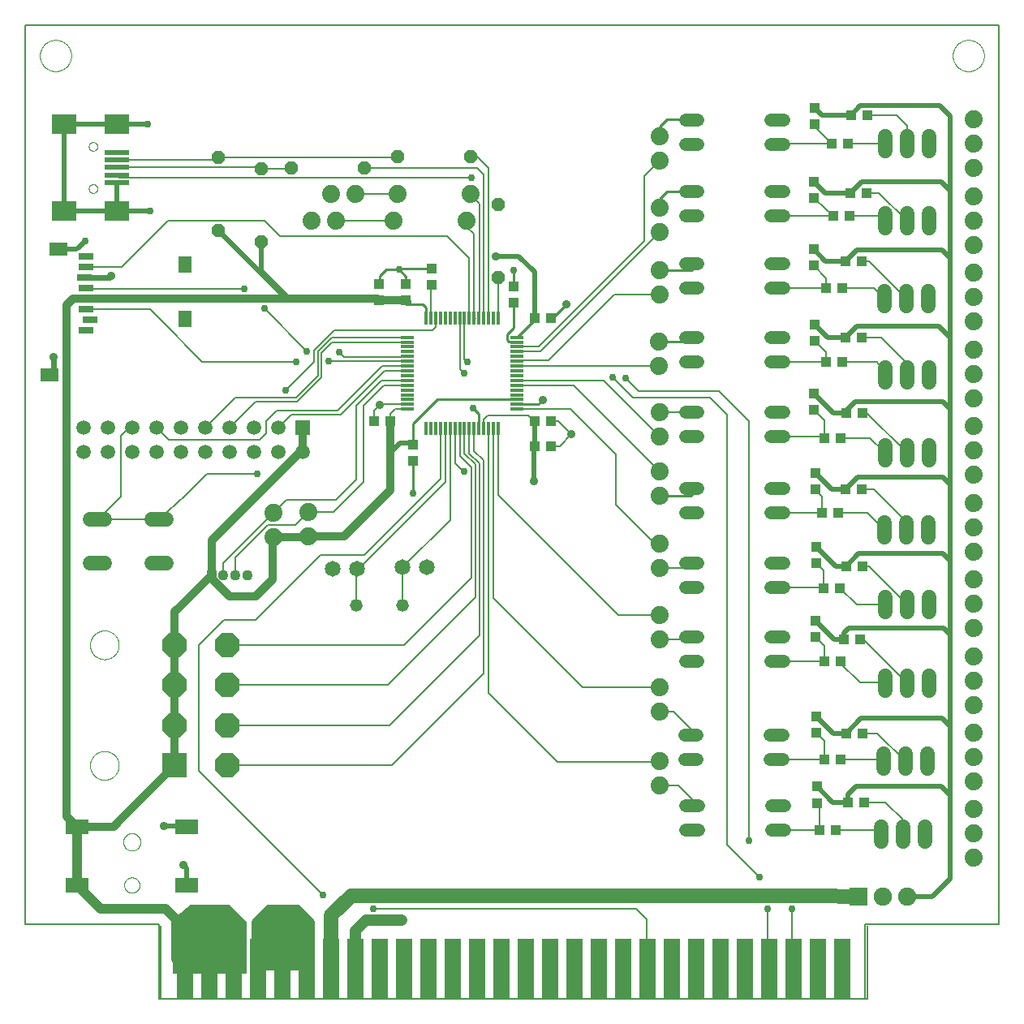
<source format=gtl>
G75*
%MOIN*%
%OFA0B0*%
%FSLAX25Y25*%
%IPPOS*%
%LPD*%
%AMOC8*
5,1,8,0,0,1.08239X$1,22.5*
%
%ADD10C,0.00600*%
%ADD11C,0.00000*%
%ADD12R,0.06500X0.25000*%
%ADD13C,0.00500*%
%ADD14R,0.09843X0.01969*%
%ADD15R,0.09843X0.07874*%
%ADD16R,0.04362X0.04362*%
%ADD17C,0.04362*%
%ADD18R,0.09449X0.05906*%
%ADD19C,0.05200*%
%ADD20C,0.07400*%
%ADD21R,0.05937X0.05937*%
%ADD22C,0.05937*%
%ADD23R,0.01181X0.05709*%
%ADD24R,0.05709X0.01181*%
%ADD25R,0.03937X0.04331*%
%ADD26R,0.04331X0.03937*%
%ADD27R,0.05512X0.07087*%
%ADD28R,0.07480X0.05512*%
%ADD29R,0.05906X0.03150*%
%ADD30C,0.05200*%
%ADD31C,0.06000*%
%ADD32R,0.07500X0.07500*%
%ADD33C,0.07500*%
%ADD34C,0.06500*%
%ADD35OC8,0.10000*%
%ADD36R,0.10000X0.10000*%
%ADD37OC8,0.05200*%
%ADD38C,0.00984*%
%ADD39C,0.02978*%
%ADD40C,0.03569*%
%ADD41C,0.01969*%
%ADD42C,0.02362*%
%ADD43C,0.01000*%
%ADD44C,0.00800*%
%ADD45C,0.02000*%
%ADD46C,0.03937*%
%ADD47C,0.03200*%
%ADD48C,0.05906*%
%ADD49C,0.00787*%
%ADD50C,0.04500*%
%ADD51C,0.05906*%
D10*
X0001400Y0035709D02*
X0056518Y0035709D01*
X0056518Y0005000D01*
X0346282Y0005000D01*
X0346282Y0035709D01*
X0401400Y0035709D01*
X0401400Y0405000D01*
X0001400Y0405000D01*
X0001400Y0035709D01*
X0062424Y0035524D02*
X0091951Y0035524D01*
X0091951Y0034926D02*
X0062424Y0034926D01*
X0062424Y0034327D02*
X0091951Y0034327D01*
X0091951Y0033729D02*
X0062424Y0033729D01*
X0062424Y0033130D02*
X0091951Y0033130D01*
X0091951Y0032532D02*
X0062424Y0032532D01*
X0062424Y0031933D02*
X0091951Y0031933D01*
X0091951Y0031334D02*
X0062424Y0031334D01*
X0062424Y0030736D02*
X0091951Y0030736D01*
X0091951Y0030137D02*
X0062424Y0030137D01*
X0062424Y0029539D02*
X0091951Y0029539D01*
X0091951Y0028940D02*
X0062424Y0028940D01*
X0062424Y0028342D02*
X0091951Y0028342D01*
X0091951Y0027743D02*
X0062424Y0027743D01*
X0062424Y0027145D02*
X0091951Y0027145D01*
X0091951Y0026546D02*
X0062424Y0026546D01*
X0062424Y0025948D02*
X0091951Y0025948D01*
X0091951Y0025349D02*
X0062424Y0025349D01*
X0062424Y0024751D02*
X0091951Y0024751D01*
X0091951Y0024152D02*
X0062424Y0024152D01*
X0062424Y0023554D02*
X0091951Y0023554D01*
X0091951Y0022955D02*
X0062424Y0022955D01*
X0062424Y0022357D02*
X0091951Y0022357D01*
X0091951Y0021758D02*
X0062424Y0021758D01*
X0062424Y0021160D02*
X0091951Y0021160D01*
X0091951Y0020561D02*
X0062424Y0020561D01*
X0062424Y0019963D02*
X0091951Y0019963D01*
X0091951Y0019364D02*
X0062424Y0019364D01*
X0062424Y0018766D02*
X0091951Y0018766D01*
X0091951Y0018167D02*
X0062424Y0018167D01*
X0062424Y0017569D02*
X0091951Y0017569D01*
X0091951Y0016970D02*
X0062424Y0016970D01*
X0062424Y0016372D02*
X0091951Y0016372D01*
X0091951Y0015827D02*
X0062424Y0015827D01*
X0062424Y0037480D01*
X0069313Y0043386D01*
X0085061Y0043386D01*
X0091951Y0036496D01*
X0091951Y0015827D01*
X0091951Y0036123D02*
X0062424Y0036123D01*
X0062424Y0036721D02*
X0091726Y0036721D01*
X0091128Y0037320D02*
X0062424Y0037320D01*
X0062934Y0037918D02*
X0090529Y0037918D01*
X0089931Y0038517D02*
X0063633Y0038517D01*
X0064331Y0039115D02*
X0089332Y0039115D01*
X0088734Y0039714D02*
X0065029Y0039714D01*
X0065727Y0040312D02*
X0088135Y0040312D01*
X0087537Y0040911D02*
X0066426Y0040911D01*
X0067124Y0041509D02*
X0086938Y0041509D01*
X0086340Y0042108D02*
X0067822Y0042108D01*
X0068520Y0042706D02*
X0085741Y0042706D01*
X0085143Y0043305D02*
X0069219Y0043305D01*
X0123721Y0047662D02*
X0072726Y0098657D01*
X0072726Y0150319D01*
X0083059Y0160651D01*
X0096057Y0160651D01*
X0122721Y0187315D01*
X0140719Y0187315D01*
X0172069Y0218665D01*
X0172069Y0239400D01*
X0174038Y0239400D02*
X0174038Y0217241D01*
X0137446Y0180649D01*
X0137446Y0181523D01*
X0137692Y0181769D01*
X0137446Y0180649D02*
X0137446Y0166771D01*
X0156446Y0166771D02*
X0156446Y0182111D01*
X0156361Y0182197D01*
X0176006Y0201842D01*
X0176006Y0239400D01*
X0174049Y0239388D02*
X0174038Y0239400D01*
X0177975Y0239400D02*
X0177975Y0225052D01*
X0181382Y0221645D01*
X0181715Y0221645D01*
X0184715Y0223311D02*
X0184715Y0213979D01*
X0184715Y0212313D01*
X0184715Y0213312D01*
X0184715Y0212979D02*
X0184715Y0213979D01*
X0184715Y0212313D02*
X0184715Y0177983D01*
X0157137Y0150405D01*
X0084427Y0150405D01*
X0084427Y0133905D02*
X0150303Y0133905D01*
X0186381Y0169984D01*
X0186381Y0212313D01*
X0186381Y0214979D01*
X0186381Y0212979D01*
X0186381Y0212313D02*
X0186381Y0213646D01*
X0186381Y0214979D02*
X0186381Y0224645D01*
X0181912Y0229114D01*
X0181912Y0239400D01*
X0180049Y0239294D02*
X0180049Y0227978D01*
X0184715Y0223311D01*
X0188048Y0224978D02*
X0188048Y0214646D01*
X0188048Y0212646D01*
X0188048Y0213312D01*
X0188048Y0212979D02*
X0188048Y0214646D01*
X0188048Y0212646D02*
X0188048Y0154318D01*
X0151134Y0117405D01*
X0084427Y0117405D01*
X0084427Y0100905D02*
X0151966Y0100905D01*
X0189715Y0138653D01*
X0189715Y0226311D01*
X0185849Y0230177D01*
X0185849Y0239400D01*
X0183880Y0239400D02*
X0183880Y0229146D01*
X0188048Y0224978D01*
X0191754Y0239400D02*
X0191754Y0130614D01*
X0220045Y0102324D01*
X0262031Y0102324D01*
X0262227Y0102520D01*
X0262182Y0132987D02*
X0262227Y0133031D01*
X0262182Y0132987D02*
X0230377Y0132987D01*
X0193723Y0169641D01*
X0193723Y0239400D01*
X0195691Y0239400D02*
X0195691Y0212002D01*
X0245134Y0162559D01*
X0262227Y0162559D01*
X0262227Y0192087D02*
X0259935Y0192087D01*
X0244042Y0207980D01*
X0244042Y0228644D01*
X0225413Y0247274D01*
X0203565Y0247274D01*
X0203565Y0257116D02*
X0226725Y0257116D01*
X0262227Y0221614D01*
X0261940Y0236142D02*
X0238998Y0259085D01*
X0203565Y0259085D01*
X0203565Y0264990D02*
X0261771Y0264990D01*
X0261893Y0265113D01*
X0253375Y0254642D02*
X0286372Y0254642D01*
X0298704Y0242310D01*
X0298704Y0069994D01*
X0289705Y0068327D02*
X0289705Y0244976D01*
X0282705Y0251975D01*
X0251042Y0251975D01*
X0242709Y0260308D01*
X0248042Y0259974D02*
X0253375Y0254642D01*
X0277764Y0246142D02*
X0277842Y0246064D01*
X0262227Y0294291D02*
X0243434Y0294291D01*
X0216373Y0267230D01*
X0203836Y0267230D01*
X0203565Y0266959D01*
X0203565Y0270896D02*
X0213241Y0270896D01*
X0262227Y0319882D01*
X0255708Y0316302D02*
X0255708Y0342891D01*
X0262227Y0349409D01*
X0255708Y0316302D02*
X0212270Y0272864D01*
X0203565Y0272864D01*
X0195691Y0284675D02*
X0195691Y0302613D01*
X0195714Y0301302D01*
X0183715Y0309303D02*
X0174716Y0318302D01*
X0106056Y0318302D01*
X0099724Y0324635D01*
X0060061Y0324635D01*
X0040958Y0305531D01*
X0026425Y0305531D01*
X0040224Y0342316D02*
X0039166Y0343375D01*
X0040224Y0342316D02*
X0044546Y0342316D01*
X0044602Y0342260D01*
X0099926Y0342260D01*
X0099965Y0342300D01*
X0184715Y0342300D01*
X0187048Y0346299D02*
X0189786Y0343561D01*
X0189786Y0284675D01*
X0188048Y0284906D02*
X0188048Y0331634D01*
X0184562Y0335120D01*
X0184562Y0335630D01*
X0187048Y0346299D02*
X0140721Y0346299D01*
X0137054Y0335634D02*
X0137057Y0335630D01*
X0154562Y0335630D01*
X0152895Y0324549D02*
X0129141Y0324549D01*
X0129054Y0324635D01*
X0110389Y0345967D02*
X0110721Y0346299D01*
X0110389Y0345967D02*
X0098390Y0345967D01*
X0097834Y0346524D01*
X0039166Y0346524D01*
X0039166Y0349674D02*
X0079766Y0349674D01*
X0080725Y0350634D01*
X0154051Y0350634D01*
X0154383Y0350965D01*
X0184383Y0350965D02*
X0187048Y0350965D01*
X0191714Y0346299D01*
X0191714Y0284715D01*
X0191754Y0284675D01*
X0188048Y0284906D02*
X0187817Y0284675D01*
X0185849Y0284675D02*
X0185715Y0284809D01*
X0185715Y0319302D01*
X0182895Y0322122D01*
X0182895Y0324549D01*
X0183715Y0309303D02*
X0183715Y0284840D01*
X0183880Y0284675D01*
X0181912Y0284675D02*
X0181912Y0267777D01*
X0183048Y0266641D01*
X0179943Y0263746D02*
X0181715Y0261974D01*
X0179943Y0263746D02*
X0179943Y0284675D01*
X0170101Y0284675D02*
X0170101Y0281023D01*
X0168717Y0279639D01*
X0128407Y0279639D01*
X0120202Y0271435D01*
X0120202Y0266788D01*
X0108389Y0254975D01*
X0112722Y0251975D02*
X0121609Y0260863D01*
X0121609Y0270852D01*
X0127559Y0276801D01*
X0158290Y0276801D01*
X0158290Y0274833D02*
X0127580Y0274833D01*
X0123055Y0270307D01*
X0123055Y0268712D01*
X0123017Y0268674D01*
X0123017Y0266686D01*
X0123055Y0266648D01*
X0123055Y0260308D01*
X0113055Y0250309D01*
X0095949Y0250309D01*
X0085384Y0239744D01*
X0075384Y0239744D02*
X0087616Y0251975D01*
X0112722Y0251975D01*
X0110617Y0244976D02*
X0105384Y0239744D01*
X0100390Y0237310D02*
X0097724Y0234644D01*
X0060484Y0234644D01*
X0055384Y0239744D01*
X0045384Y0239744D02*
X0044163Y0239744D01*
X0040729Y0236310D01*
X0040729Y0211214D01*
X0031397Y0201881D01*
X0056529Y0201881D01*
X0067294Y0211880D01*
X0076059Y0220645D01*
X0096724Y0220645D01*
X0108902Y0209980D02*
X0103574Y0204652D01*
X0082894Y0183972D01*
X0082894Y0179123D01*
X0087815Y0179123D02*
X0087815Y0186406D01*
X0101057Y0199647D01*
X0112412Y0199647D01*
X0117734Y0204970D01*
X0117745Y0204980D01*
X0128054Y0204980D01*
X0140386Y0217312D01*
X0140386Y0248642D01*
X0148860Y0257116D01*
X0158290Y0257116D01*
X0158290Y0259085D02*
X0147829Y0259085D01*
X0137386Y0248642D01*
X0137386Y0218312D01*
X0129054Y0209980D01*
X0108902Y0209980D01*
X0100390Y0237310D02*
X0100390Y0242310D01*
X0104723Y0246642D01*
X0129589Y0246642D01*
X0147937Y0264990D01*
X0158290Y0264990D01*
X0158290Y0263022D02*
X0149099Y0263022D01*
X0131054Y0244976D01*
X0110617Y0244976D01*
X0144707Y0246670D02*
X0144707Y0242205D01*
X0144707Y0246670D02*
X0147132Y0249094D01*
X0147280Y0249242D01*
X0158290Y0249242D01*
X0179943Y0239400D02*
X0180049Y0239294D01*
X0031397Y0201881D02*
X0030929Y0201881D01*
X0144386Y0041996D02*
X0252375Y0041996D01*
X0256708Y0037663D01*
X0256708Y0017942D01*
X0257150Y0017500D01*
X0303037Y0054995D02*
X0289705Y0068327D01*
X0306370Y0041996D02*
X0306370Y0018280D01*
X0307150Y0017500D01*
X0316369Y0018281D02*
X0316369Y0041996D01*
X0316369Y0042330D01*
X0316369Y0018281D02*
X0317150Y0017500D01*
D11*
X0042098Y0051752D02*
X0042100Y0051864D01*
X0042106Y0051975D01*
X0042116Y0052087D01*
X0042130Y0052198D01*
X0042147Y0052308D01*
X0042169Y0052418D01*
X0042195Y0052527D01*
X0042224Y0052635D01*
X0042257Y0052741D01*
X0042294Y0052847D01*
X0042335Y0052951D01*
X0042380Y0053054D01*
X0042428Y0053155D01*
X0042479Y0053254D01*
X0042534Y0053351D01*
X0042593Y0053446D01*
X0042654Y0053540D01*
X0042719Y0053631D01*
X0042788Y0053719D01*
X0042859Y0053805D01*
X0042933Y0053889D01*
X0043011Y0053969D01*
X0043091Y0054047D01*
X0043174Y0054123D01*
X0043259Y0054195D01*
X0043347Y0054264D01*
X0043437Y0054330D01*
X0043530Y0054392D01*
X0043625Y0054452D01*
X0043722Y0054508D01*
X0043820Y0054560D01*
X0043921Y0054609D01*
X0044023Y0054654D01*
X0044127Y0054696D01*
X0044232Y0054734D01*
X0044339Y0054768D01*
X0044446Y0054798D01*
X0044555Y0054825D01*
X0044664Y0054847D01*
X0044775Y0054866D01*
X0044885Y0054881D01*
X0044997Y0054892D01*
X0045108Y0054899D01*
X0045220Y0054902D01*
X0045332Y0054901D01*
X0045444Y0054896D01*
X0045555Y0054887D01*
X0045666Y0054874D01*
X0045777Y0054857D01*
X0045887Y0054837D01*
X0045996Y0054812D01*
X0046104Y0054784D01*
X0046211Y0054751D01*
X0046317Y0054715D01*
X0046421Y0054675D01*
X0046524Y0054632D01*
X0046626Y0054585D01*
X0046725Y0054534D01*
X0046823Y0054480D01*
X0046919Y0054422D01*
X0047013Y0054361D01*
X0047104Y0054297D01*
X0047193Y0054230D01*
X0047280Y0054159D01*
X0047364Y0054085D01*
X0047446Y0054009D01*
X0047524Y0053929D01*
X0047600Y0053847D01*
X0047673Y0053762D01*
X0047743Y0053675D01*
X0047809Y0053585D01*
X0047873Y0053493D01*
X0047933Y0053399D01*
X0047990Y0053303D01*
X0048043Y0053204D01*
X0048093Y0053104D01*
X0048139Y0053003D01*
X0048182Y0052899D01*
X0048221Y0052794D01*
X0048256Y0052688D01*
X0048287Y0052581D01*
X0048315Y0052472D01*
X0048338Y0052363D01*
X0048358Y0052253D01*
X0048374Y0052142D01*
X0048386Y0052031D01*
X0048394Y0051920D01*
X0048398Y0051808D01*
X0048398Y0051696D01*
X0048394Y0051584D01*
X0048386Y0051473D01*
X0048374Y0051362D01*
X0048358Y0051251D01*
X0048338Y0051141D01*
X0048315Y0051032D01*
X0048287Y0050923D01*
X0048256Y0050816D01*
X0048221Y0050710D01*
X0048182Y0050605D01*
X0048139Y0050501D01*
X0048093Y0050400D01*
X0048043Y0050300D01*
X0047990Y0050201D01*
X0047933Y0050105D01*
X0047873Y0050011D01*
X0047809Y0049919D01*
X0047743Y0049829D01*
X0047673Y0049742D01*
X0047600Y0049657D01*
X0047524Y0049575D01*
X0047446Y0049495D01*
X0047364Y0049419D01*
X0047280Y0049345D01*
X0047193Y0049274D01*
X0047104Y0049207D01*
X0047013Y0049143D01*
X0046919Y0049082D01*
X0046823Y0049024D01*
X0046725Y0048970D01*
X0046626Y0048919D01*
X0046524Y0048872D01*
X0046421Y0048829D01*
X0046317Y0048789D01*
X0046211Y0048753D01*
X0046104Y0048720D01*
X0045996Y0048692D01*
X0045887Y0048667D01*
X0045777Y0048647D01*
X0045666Y0048630D01*
X0045555Y0048617D01*
X0045444Y0048608D01*
X0045332Y0048603D01*
X0045220Y0048602D01*
X0045108Y0048605D01*
X0044997Y0048612D01*
X0044885Y0048623D01*
X0044775Y0048638D01*
X0044664Y0048657D01*
X0044555Y0048679D01*
X0044446Y0048706D01*
X0044339Y0048736D01*
X0044232Y0048770D01*
X0044127Y0048808D01*
X0044023Y0048850D01*
X0043921Y0048895D01*
X0043820Y0048944D01*
X0043722Y0048996D01*
X0043625Y0049052D01*
X0043530Y0049112D01*
X0043437Y0049174D01*
X0043347Y0049240D01*
X0043259Y0049309D01*
X0043174Y0049381D01*
X0043091Y0049457D01*
X0043011Y0049535D01*
X0042933Y0049615D01*
X0042859Y0049699D01*
X0042788Y0049785D01*
X0042719Y0049873D01*
X0042654Y0049964D01*
X0042593Y0050058D01*
X0042534Y0050153D01*
X0042479Y0050250D01*
X0042428Y0050349D01*
X0042380Y0050450D01*
X0042335Y0050553D01*
X0042294Y0050657D01*
X0042257Y0050763D01*
X0042224Y0050869D01*
X0042195Y0050977D01*
X0042169Y0051086D01*
X0042147Y0051196D01*
X0042130Y0051306D01*
X0042116Y0051417D01*
X0042106Y0051529D01*
X0042100Y0051640D01*
X0042098Y0051752D01*
X0041705Y0069469D02*
X0041707Y0069587D01*
X0041713Y0069706D01*
X0041723Y0069824D01*
X0041737Y0069941D01*
X0041754Y0070058D01*
X0041776Y0070175D01*
X0041802Y0070290D01*
X0041831Y0070405D01*
X0041864Y0070519D01*
X0041901Y0070631D01*
X0041942Y0070742D01*
X0041986Y0070852D01*
X0042034Y0070960D01*
X0042086Y0071067D01*
X0042141Y0071172D01*
X0042200Y0071275D01*
X0042262Y0071375D01*
X0042327Y0071474D01*
X0042396Y0071571D01*
X0042467Y0071665D01*
X0042542Y0071756D01*
X0042620Y0071846D01*
X0042701Y0071932D01*
X0042785Y0072016D01*
X0042871Y0072097D01*
X0042961Y0072175D01*
X0043052Y0072250D01*
X0043146Y0072321D01*
X0043243Y0072390D01*
X0043342Y0072455D01*
X0043442Y0072517D01*
X0043545Y0072576D01*
X0043650Y0072631D01*
X0043757Y0072683D01*
X0043865Y0072731D01*
X0043975Y0072775D01*
X0044086Y0072816D01*
X0044198Y0072853D01*
X0044312Y0072886D01*
X0044427Y0072915D01*
X0044542Y0072941D01*
X0044659Y0072963D01*
X0044776Y0072980D01*
X0044893Y0072994D01*
X0045011Y0073004D01*
X0045130Y0073010D01*
X0045248Y0073012D01*
X0045366Y0073010D01*
X0045485Y0073004D01*
X0045603Y0072994D01*
X0045720Y0072980D01*
X0045837Y0072963D01*
X0045954Y0072941D01*
X0046069Y0072915D01*
X0046184Y0072886D01*
X0046298Y0072853D01*
X0046410Y0072816D01*
X0046521Y0072775D01*
X0046631Y0072731D01*
X0046739Y0072683D01*
X0046846Y0072631D01*
X0046951Y0072576D01*
X0047054Y0072517D01*
X0047154Y0072455D01*
X0047253Y0072390D01*
X0047350Y0072321D01*
X0047444Y0072250D01*
X0047535Y0072175D01*
X0047625Y0072097D01*
X0047711Y0072016D01*
X0047795Y0071932D01*
X0047876Y0071846D01*
X0047954Y0071756D01*
X0048029Y0071665D01*
X0048100Y0071571D01*
X0048169Y0071474D01*
X0048234Y0071375D01*
X0048296Y0071275D01*
X0048355Y0071172D01*
X0048410Y0071067D01*
X0048462Y0070960D01*
X0048510Y0070852D01*
X0048554Y0070742D01*
X0048595Y0070631D01*
X0048632Y0070519D01*
X0048665Y0070405D01*
X0048694Y0070290D01*
X0048720Y0070175D01*
X0048742Y0070058D01*
X0048759Y0069941D01*
X0048773Y0069824D01*
X0048783Y0069706D01*
X0048789Y0069587D01*
X0048791Y0069469D01*
X0048789Y0069351D01*
X0048783Y0069232D01*
X0048773Y0069114D01*
X0048759Y0068997D01*
X0048742Y0068880D01*
X0048720Y0068763D01*
X0048694Y0068648D01*
X0048665Y0068533D01*
X0048632Y0068419D01*
X0048595Y0068307D01*
X0048554Y0068196D01*
X0048510Y0068086D01*
X0048462Y0067978D01*
X0048410Y0067871D01*
X0048355Y0067766D01*
X0048296Y0067663D01*
X0048234Y0067563D01*
X0048169Y0067464D01*
X0048100Y0067367D01*
X0048029Y0067273D01*
X0047954Y0067182D01*
X0047876Y0067092D01*
X0047795Y0067006D01*
X0047711Y0066922D01*
X0047625Y0066841D01*
X0047535Y0066763D01*
X0047444Y0066688D01*
X0047350Y0066617D01*
X0047253Y0066548D01*
X0047154Y0066483D01*
X0047054Y0066421D01*
X0046951Y0066362D01*
X0046846Y0066307D01*
X0046739Y0066255D01*
X0046631Y0066207D01*
X0046521Y0066163D01*
X0046410Y0066122D01*
X0046298Y0066085D01*
X0046184Y0066052D01*
X0046069Y0066023D01*
X0045954Y0065997D01*
X0045837Y0065975D01*
X0045720Y0065958D01*
X0045603Y0065944D01*
X0045485Y0065934D01*
X0045366Y0065928D01*
X0045248Y0065926D01*
X0045130Y0065928D01*
X0045011Y0065934D01*
X0044893Y0065944D01*
X0044776Y0065958D01*
X0044659Y0065975D01*
X0044542Y0065997D01*
X0044427Y0066023D01*
X0044312Y0066052D01*
X0044198Y0066085D01*
X0044086Y0066122D01*
X0043975Y0066163D01*
X0043865Y0066207D01*
X0043757Y0066255D01*
X0043650Y0066307D01*
X0043545Y0066362D01*
X0043442Y0066421D01*
X0043342Y0066483D01*
X0043243Y0066548D01*
X0043146Y0066617D01*
X0043052Y0066688D01*
X0042961Y0066763D01*
X0042871Y0066841D01*
X0042785Y0066922D01*
X0042701Y0067006D01*
X0042620Y0067092D01*
X0042542Y0067182D01*
X0042467Y0067273D01*
X0042396Y0067367D01*
X0042327Y0067464D01*
X0042262Y0067563D01*
X0042200Y0067663D01*
X0042141Y0067766D01*
X0042086Y0067871D01*
X0042034Y0067978D01*
X0041986Y0068086D01*
X0041942Y0068196D01*
X0041901Y0068307D01*
X0041864Y0068419D01*
X0041831Y0068533D01*
X0041802Y0068648D01*
X0041776Y0068763D01*
X0041754Y0068880D01*
X0041737Y0068997D01*
X0041723Y0069114D01*
X0041713Y0069232D01*
X0041707Y0069351D01*
X0041705Y0069469D01*
X0028081Y0100905D02*
X0028083Y0101058D01*
X0028089Y0101212D01*
X0028099Y0101365D01*
X0028113Y0101517D01*
X0028131Y0101670D01*
X0028153Y0101821D01*
X0028178Y0101972D01*
X0028208Y0102123D01*
X0028242Y0102273D01*
X0028279Y0102421D01*
X0028320Y0102569D01*
X0028365Y0102715D01*
X0028414Y0102861D01*
X0028467Y0103005D01*
X0028523Y0103147D01*
X0028583Y0103288D01*
X0028647Y0103428D01*
X0028714Y0103566D01*
X0028785Y0103702D01*
X0028860Y0103836D01*
X0028937Y0103968D01*
X0029019Y0104098D01*
X0029103Y0104226D01*
X0029191Y0104352D01*
X0029282Y0104475D01*
X0029376Y0104596D01*
X0029474Y0104714D01*
X0029574Y0104830D01*
X0029678Y0104943D01*
X0029784Y0105054D01*
X0029893Y0105162D01*
X0030005Y0105267D01*
X0030119Y0105368D01*
X0030237Y0105467D01*
X0030356Y0105563D01*
X0030478Y0105656D01*
X0030603Y0105745D01*
X0030730Y0105832D01*
X0030859Y0105914D01*
X0030990Y0105994D01*
X0031123Y0106070D01*
X0031258Y0106143D01*
X0031395Y0106212D01*
X0031534Y0106277D01*
X0031674Y0106339D01*
X0031816Y0106397D01*
X0031959Y0106452D01*
X0032104Y0106503D01*
X0032250Y0106550D01*
X0032397Y0106593D01*
X0032545Y0106632D01*
X0032694Y0106668D01*
X0032844Y0106699D01*
X0032995Y0106727D01*
X0033146Y0106751D01*
X0033299Y0106771D01*
X0033451Y0106787D01*
X0033604Y0106799D01*
X0033757Y0106807D01*
X0033910Y0106811D01*
X0034064Y0106811D01*
X0034217Y0106807D01*
X0034370Y0106799D01*
X0034523Y0106787D01*
X0034675Y0106771D01*
X0034828Y0106751D01*
X0034979Y0106727D01*
X0035130Y0106699D01*
X0035280Y0106668D01*
X0035429Y0106632D01*
X0035577Y0106593D01*
X0035724Y0106550D01*
X0035870Y0106503D01*
X0036015Y0106452D01*
X0036158Y0106397D01*
X0036300Y0106339D01*
X0036440Y0106277D01*
X0036579Y0106212D01*
X0036716Y0106143D01*
X0036851Y0106070D01*
X0036984Y0105994D01*
X0037115Y0105914D01*
X0037244Y0105832D01*
X0037371Y0105745D01*
X0037496Y0105656D01*
X0037618Y0105563D01*
X0037737Y0105467D01*
X0037855Y0105368D01*
X0037969Y0105267D01*
X0038081Y0105162D01*
X0038190Y0105054D01*
X0038296Y0104943D01*
X0038400Y0104830D01*
X0038500Y0104714D01*
X0038598Y0104596D01*
X0038692Y0104475D01*
X0038783Y0104352D01*
X0038871Y0104226D01*
X0038955Y0104098D01*
X0039037Y0103968D01*
X0039114Y0103836D01*
X0039189Y0103702D01*
X0039260Y0103566D01*
X0039327Y0103428D01*
X0039391Y0103288D01*
X0039451Y0103147D01*
X0039507Y0103005D01*
X0039560Y0102861D01*
X0039609Y0102715D01*
X0039654Y0102569D01*
X0039695Y0102421D01*
X0039732Y0102273D01*
X0039766Y0102123D01*
X0039796Y0101972D01*
X0039821Y0101821D01*
X0039843Y0101670D01*
X0039861Y0101517D01*
X0039875Y0101365D01*
X0039885Y0101212D01*
X0039891Y0101058D01*
X0039893Y0100905D01*
X0039891Y0100752D01*
X0039885Y0100598D01*
X0039875Y0100445D01*
X0039861Y0100293D01*
X0039843Y0100140D01*
X0039821Y0099989D01*
X0039796Y0099838D01*
X0039766Y0099687D01*
X0039732Y0099537D01*
X0039695Y0099389D01*
X0039654Y0099241D01*
X0039609Y0099095D01*
X0039560Y0098949D01*
X0039507Y0098805D01*
X0039451Y0098663D01*
X0039391Y0098522D01*
X0039327Y0098382D01*
X0039260Y0098244D01*
X0039189Y0098108D01*
X0039114Y0097974D01*
X0039037Y0097842D01*
X0038955Y0097712D01*
X0038871Y0097584D01*
X0038783Y0097458D01*
X0038692Y0097335D01*
X0038598Y0097214D01*
X0038500Y0097096D01*
X0038400Y0096980D01*
X0038296Y0096867D01*
X0038190Y0096756D01*
X0038081Y0096648D01*
X0037969Y0096543D01*
X0037855Y0096442D01*
X0037737Y0096343D01*
X0037618Y0096247D01*
X0037496Y0096154D01*
X0037371Y0096065D01*
X0037244Y0095978D01*
X0037115Y0095896D01*
X0036984Y0095816D01*
X0036851Y0095740D01*
X0036716Y0095667D01*
X0036579Y0095598D01*
X0036440Y0095533D01*
X0036300Y0095471D01*
X0036158Y0095413D01*
X0036015Y0095358D01*
X0035870Y0095307D01*
X0035724Y0095260D01*
X0035577Y0095217D01*
X0035429Y0095178D01*
X0035280Y0095142D01*
X0035130Y0095111D01*
X0034979Y0095083D01*
X0034828Y0095059D01*
X0034675Y0095039D01*
X0034523Y0095023D01*
X0034370Y0095011D01*
X0034217Y0095003D01*
X0034064Y0094999D01*
X0033910Y0094999D01*
X0033757Y0095003D01*
X0033604Y0095011D01*
X0033451Y0095023D01*
X0033299Y0095039D01*
X0033146Y0095059D01*
X0032995Y0095083D01*
X0032844Y0095111D01*
X0032694Y0095142D01*
X0032545Y0095178D01*
X0032397Y0095217D01*
X0032250Y0095260D01*
X0032104Y0095307D01*
X0031959Y0095358D01*
X0031816Y0095413D01*
X0031674Y0095471D01*
X0031534Y0095533D01*
X0031395Y0095598D01*
X0031258Y0095667D01*
X0031123Y0095740D01*
X0030990Y0095816D01*
X0030859Y0095896D01*
X0030730Y0095978D01*
X0030603Y0096065D01*
X0030478Y0096154D01*
X0030356Y0096247D01*
X0030237Y0096343D01*
X0030119Y0096442D01*
X0030005Y0096543D01*
X0029893Y0096648D01*
X0029784Y0096756D01*
X0029678Y0096867D01*
X0029574Y0096980D01*
X0029474Y0097096D01*
X0029376Y0097214D01*
X0029282Y0097335D01*
X0029191Y0097458D01*
X0029103Y0097584D01*
X0029019Y0097712D01*
X0028937Y0097842D01*
X0028860Y0097974D01*
X0028785Y0098108D01*
X0028714Y0098244D01*
X0028647Y0098382D01*
X0028583Y0098522D01*
X0028523Y0098663D01*
X0028467Y0098805D01*
X0028414Y0098949D01*
X0028365Y0099095D01*
X0028320Y0099241D01*
X0028279Y0099389D01*
X0028242Y0099537D01*
X0028208Y0099687D01*
X0028178Y0099838D01*
X0028153Y0099989D01*
X0028131Y0100140D01*
X0028113Y0100293D01*
X0028099Y0100445D01*
X0028089Y0100598D01*
X0028083Y0100752D01*
X0028081Y0100905D01*
X0028081Y0150405D02*
X0028083Y0150558D01*
X0028089Y0150712D01*
X0028099Y0150865D01*
X0028113Y0151017D01*
X0028131Y0151170D01*
X0028153Y0151321D01*
X0028178Y0151472D01*
X0028208Y0151623D01*
X0028242Y0151773D01*
X0028279Y0151921D01*
X0028320Y0152069D01*
X0028365Y0152215D01*
X0028414Y0152361D01*
X0028467Y0152505D01*
X0028523Y0152647D01*
X0028583Y0152788D01*
X0028647Y0152928D01*
X0028714Y0153066D01*
X0028785Y0153202D01*
X0028860Y0153336D01*
X0028937Y0153468D01*
X0029019Y0153598D01*
X0029103Y0153726D01*
X0029191Y0153852D01*
X0029282Y0153975D01*
X0029376Y0154096D01*
X0029474Y0154214D01*
X0029574Y0154330D01*
X0029678Y0154443D01*
X0029784Y0154554D01*
X0029893Y0154662D01*
X0030005Y0154767D01*
X0030119Y0154868D01*
X0030237Y0154967D01*
X0030356Y0155063D01*
X0030478Y0155156D01*
X0030603Y0155245D01*
X0030730Y0155332D01*
X0030859Y0155414D01*
X0030990Y0155494D01*
X0031123Y0155570D01*
X0031258Y0155643D01*
X0031395Y0155712D01*
X0031534Y0155777D01*
X0031674Y0155839D01*
X0031816Y0155897D01*
X0031959Y0155952D01*
X0032104Y0156003D01*
X0032250Y0156050D01*
X0032397Y0156093D01*
X0032545Y0156132D01*
X0032694Y0156168D01*
X0032844Y0156199D01*
X0032995Y0156227D01*
X0033146Y0156251D01*
X0033299Y0156271D01*
X0033451Y0156287D01*
X0033604Y0156299D01*
X0033757Y0156307D01*
X0033910Y0156311D01*
X0034064Y0156311D01*
X0034217Y0156307D01*
X0034370Y0156299D01*
X0034523Y0156287D01*
X0034675Y0156271D01*
X0034828Y0156251D01*
X0034979Y0156227D01*
X0035130Y0156199D01*
X0035280Y0156168D01*
X0035429Y0156132D01*
X0035577Y0156093D01*
X0035724Y0156050D01*
X0035870Y0156003D01*
X0036015Y0155952D01*
X0036158Y0155897D01*
X0036300Y0155839D01*
X0036440Y0155777D01*
X0036579Y0155712D01*
X0036716Y0155643D01*
X0036851Y0155570D01*
X0036984Y0155494D01*
X0037115Y0155414D01*
X0037244Y0155332D01*
X0037371Y0155245D01*
X0037496Y0155156D01*
X0037618Y0155063D01*
X0037737Y0154967D01*
X0037855Y0154868D01*
X0037969Y0154767D01*
X0038081Y0154662D01*
X0038190Y0154554D01*
X0038296Y0154443D01*
X0038400Y0154330D01*
X0038500Y0154214D01*
X0038598Y0154096D01*
X0038692Y0153975D01*
X0038783Y0153852D01*
X0038871Y0153726D01*
X0038955Y0153598D01*
X0039037Y0153468D01*
X0039114Y0153336D01*
X0039189Y0153202D01*
X0039260Y0153066D01*
X0039327Y0152928D01*
X0039391Y0152788D01*
X0039451Y0152647D01*
X0039507Y0152505D01*
X0039560Y0152361D01*
X0039609Y0152215D01*
X0039654Y0152069D01*
X0039695Y0151921D01*
X0039732Y0151773D01*
X0039766Y0151623D01*
X0039796Y0151472D01*
X0039821Y0151321D01*
X0039843Y0151170D01*
X0039861Y0151017D01*
X0039875Y0150865D01*
X0039885Y0150712D01*
X0039891Y0150558D01*
X0039893Y0150405D01*
X0039891Y0150252D01*
X0039885Y0150098D01*
X0039875Y0149945D01*
X0039861Y0149793D01*
X0039843Y0149640D01*
X0039821Y0149489D01*
X0039796Y0149338D01*
X0039766Y0149187D01*
X0039732Y0149037D01*
X0039695Y0148889D01*
X0039654Y0148741D01*
X0039609Y0148595D01*
X0039560Y0148449D01*
X0039507Y0148305D01*
X0039451Y0148163D01*
X0039391Y0148022D01*
X0039327Y0147882D01*
X0039260Y0147744D01*
X0039189Y0147608D01*
X0039114Y0147474D01*
X0039037Y0147342D01*
X0038955Y0147212D01*
X0038871Y0147084D01*
X0038783Y0146958D01*
X0038692Y0146835D01*
X0038598Y0146714D01*
X0038500Y0146596D01*
X0038400Y0146480D01*
X0038296Y0146367D01*
X0038190Y0146256D01*
X0038081Y0146148D01*
X0037969Y0146043D01*
X0037855Y0145942D01*
X0037737Y0145843D01*
X0037618Y0145747D01*
X0037496Y0145654D01*
X0037371Y0145565D01*
X0037244Y0145478D01*
X0037115Y0145396D01*
X0036984Y0145316D01*
X0036851Y0145240D01*
X0036716Y0145167D01*
X0036579Y0145098D01*
X0036440Y0145033D01*
X0036300Y0144971D01*
X0036158Y0144913D01*
X0036015Y0144858D01*
X0035870Y0144807D01*
X0035724Y0144760D01*
X0035577Y0144717D01*
X0035429Y0144678D01*
X0035280Y0144642D01*
X0035130Y0144611D01*
X0034979Y0144583D01*
X0034828Y0144559D01*
X0034675Y0144539D01*
X0034523Y0144523D01*
X0034370Y0144511D01*
X0034217Y0144503D01*
X0034064Y0144499D01*
X0033910Y0144499D01*
X0033757Y0144503D01*
X0033604Y0144511D01*
X0033451Y0144523D01*
X0033299Y0144539D01*
X0033146Y0144559D01*
X0032995Y0144583D01*
X0032844Y0144611D01*
X0032694Y0144642D01*
X0032545Y0144678D01*
X0032397Y0144717D01*
X0032250Y0144760D01*
X0032104Y0144807D01*
X0031959Y0144858D01*
X0031816Y0144913D01*
X0031674Y0144971D01*
X0031534Y0145033D01*
X0031395Y0145098D01*
X0031258Y0145167D01*
X0031123Y0145240D01*
X0030990Y0145316D01*
X0030859Y0145396D01*
X0030730Y0145478D01*
X0030603Y0145565D01*
X0030478Y0145654D01*
X0030356Y0145747D01*
X0030237Y0145843D01*
X0030119Y0145942D01*
X0030005Y0146043D01*
X0029893Y0146148D01*
X0029784Y0146256D01*
X0029678Y0146367D01*
X0029574Y0146480D01*
X0029474Y0146596D01*
X0029376Y0146714D01*
X0029282Y0146835D01*
X0029191Y0146958D01*
X0029103Y0147084D01*
X0029019Y0147212D01*
X0028937Y0147342D01*
X0028860Y0147474D01*
X0028785Y0147608D01*
X0028714Y0147744D01*
X0028647Y0147882D01*
X0028583Y0148022D01*
X0028523Y0148163D01*
X0028467Y0148305D01*
X0028414Y0148449D01*
X0028365Y0148595D01*
X0028320Y0148741D01*
X0028279Y0148889D01*
X0028242Y0149037D01*
X0028208Y0149187D01*
X0028178Y0149338D01*
X0028153Y0149489D01*
X0028131Y0149640D01*
X0028113Y0149793D01*
X0028099Y0149945D01*
X0028089Y0150098D01*
X0028083Y0150252D01*
X0028081Y0150405D01*
X0027552Y0337863D02*
X0027554Y0337947D01*
X0027560Y0338030D01*
X0027570Y0338113D01*
X0027584Y0338196D01*
X0027601Y0338278D01*
X0027623Y0338359D01*
X0027648Y0338438D01*
X0027677Y0338517D01*
X0027710Y0338594D01*
X0027746Y0338669D01*
X0027786Y0338743D01*
X0027829Y0338815D01*
X0027876Y0338884D01*
X0027926Y0338951D01*
X0027979Y0339016D01*
X0028035Y0339078D01*
X0028093Y0339138D01*
X0028155Y0339195D01*
X0028219Y0339248D01*
X0028286Y0339299D01*
X0028355Y0339346D01*
X0028426Y0339391D01*
X0028499Y0339431D01*
X0028574Y0339468D01*
X0028651Y0339502D01*
X0028729Y0339532D01*
X0028808Y0339558D01*
X0028889Y0339581D01*
X0028971Y0339599D01*
X0029053Y0339614D01*
X0029136Y0339625D01*
X0029219Y0339632D01*
X0029303Y0339635D01*
X0029387Y0339634D01*
X0029470Y0339629D01*
X0029554Y0339620D01*
X0029636Y0339607D01*
X0029718Y0339591D01*
X0029799Y0339570D01*
X0029880Y0339546D01*
X0029958Y0339518D01*
X0030036Y0339486D01*
X0030112Y0339450D01*
X0030186Y0339411D01*
X0030258Y0339369D01*
X0030328Y0339323D01*
X0030396Y0339274D01*
X0030461Y0339222D01*
X0030524Y0339167D01*
X0030584Y0339109D01*
X0030642Y0339048D01*
X0030696Y0338984D01*
X0030748Y0338918D01*
X0030796Y0338850D01*
X0030841Y0338779D01*
X0030882Y0338706D01*
X0030921Y0338632D01*
X0030955Y0338556D01*
X0030986Y0338478D01*
X0031013Y0338399D01*
X0031037Y0338318D01*
X0031056Y0338237D01*
X0031072Y0338155D01*
X0031084Y0338072D01*
X0031092Y0337988D01*
X0031096Y0337905D01*
X0031096Y0337821D01*
X0031092Y0337738D01*
X0031084Y0337654D01*
X0031072Y0337571D01*
X0031056Y0337489D01*
X0031037Y0337408D01*
X0031013Y0337327D01*
X0030986Y0337248D01*
X0030955Y0337170D01*
X0030921Y0337094D01*
X0030882Y0337020D01*
X0030841Y0336947D01*
X0030796Y0336876D01*
X0030748Y0336808D01*
X0030696Y0336742D01*
X0030642Y0336678D01*
X0030584Y0336617D01*
X0030524Y0336559D01*
X0030461Y0336504D01*
X0030396Y0336452D01*
X0030328Y0336403D01*
X0030258Y0336357D01*
X0030186Y0336315D01*
X0030112Y0336276D01*
X0030036Y0336240D01*
X0029958Y0336208D01*
X0029880Y0336180D01*
X0029799Y0336156D01*
X0029718Y0336135D01*
X0029636Y0336119D01*
X0029554Y0336106D01*
X0029470Y0336097D01*
X0029387Y0336092D01*
X0029303Y0336091D01*
X0029219Y0336094D01*
X0029136Y0336101D01*
X0029053Y0336112D01*
X0028971Y0336127D01*
X0028889Y0336145D01*
X0028808Y0336168D01*
X0028729Y0336194D01*
X0028651Y0336224D01*
X0028574Y0336258D01*
X0028499Y0336295D01*
X0028426Y0336335D01*
X0028355Y0336380D01*
X0028286Y0336427D01*
X0028219Y0336478D01*
X0028155Y0336531D01*
X0028093Y0336588D01*
X0028035Y0336648D01*
X0027979Y0336710D01*
X0027926Y0336775D01*
X0027876Y0336842D01*
X0027829Y0336911D01*
X0027786Y0336983D01*
X0027746Y0337057D01*
X0027710Y0337132D01*
X0027677Y0337209D01*
X0027648Y0337288D01*
X0027623Y0337367D01*
X0027601Y0337448D01*
X0027584Y0337530D01*
X0027570Y0337613D01*
X0027560Y0337696D01*
X0027554Y0337779D01*
X0027552Y0337863D01*
X0027552Y0355186D02*
X0027554Y0355270D01*
X0027560Y0355353D01*
X0027570Y0355436D01*
X0027584Y0355519D01*
X0027601Y0355601D01*
X0027623Y0355682D01*
X0027648Y0355761D01*
X0027677Y0355840D01*
X0027710Y0355917D01*
X0027746Y0355992D01*
X0027786Y0356066D01*
X0027829Y0356138D01*
X0027876Y0356207D01*
X0027926Y0356274D01*
X0027979Y0356339D01*
X0028035Y0356401D01*
X0028093Y0356461D01*
X0028155Y0356518D01*
X0028219Y0356571D01*
X0028286Y0356622D01*
X0028355Y0356669D01*
X0028426Y0356714D01*
X0028499Y0356754D01*
X0028574Y0356791D01*
X0028651Y0356825D01*
X0028729Y0356855D01*
X0028808Y0356881D01*
X0028889Y0356904D01*
X0028971Y0356922D01*
X0029053Y0356937D01*
X0029136Y0356948D01*
X0029219Y0356955D01*
X0029303Y0356958D01*
X0029387Y0356957D01*
X0029470Y0356952D01*
X0029554Y0356943D01*
X0029636Y0356930D01*
X0029718Y0356914D01*
X0029799Y0356893D01*
X0029880Y0356869D01*
X0029958Y0356841D01*
X0030036Y0356809D01*
X0030112Y0356773D01*
X0030186Y0356734D01*
X0030258Y0356692D01*
X0030328Y0356646D01*
X0030396Y0356597D01*
X0030461Y0356545D01*
X0030524Y0356490D01*
X0030584Y0356432D01*
X0030642Y0356371D01*
X0030696Y0356307D01*
X0030748Y0356241D01*
X0030796Y0356173D01*
X0030841Y0356102D01*
X0030882Y0356029D01*
X0030921Y0355955D01*
X0030955Y0355879D01*
X0030986Y0355801D01*
X0031013Y0355722D01*
X0031037Y0355641D01*
X0031056Y0355560D01*
X0031072Y0355478D01*
X0031084Y0355395D01*
X0031092Y0355311D01*
X0031096Y0355228D01*
X0031096Y0355144D01*
X0031092Y0355061D01*
X0031084Y0354977D01*
X0031072Y0354894D01*
X0031056Y0354812D01*
X0031037Y0354731D01*
X0031013Y0354650D01*
X0030986Y0354571D01*
X0030955Y0354493D01*
X0030921Y0354417D01*
X0030882Y0354343D01*
X0030841Y0354270D01*
X0030796Y0354199D01*
X0030748Y0354131D01*
X0030696Y0354065D01*
X0030642Y0354001D01*
X0030584Y0353940D01*
X0030524Y0353882D01*
X0030461Y0353827D01*
X0030396Y0353775D01*
X0030328Y0353726D01*
X0030258Y0353680D01*
X0030186Y0353638D01*
X0030112Y0353599D01*
X0030036Y0353563D01*
X0029958Y0353531D01*
X0029880Y0353503D01*
X0029799Y0353479D01*
X0029718Y0353458D01*
X0029636Y0353442D01*
X0029554Y0353429D01*
X0029470Y0353420D01*
X0029387Y0353415D01*
X0029303Y0353414D01*
X0029219Y0353417D01*
X0029136Y0353424D01*
X0029053Y0353435D01*
X0028971Y0353450D01*
X0028889Y0353468D01*
X0028808Y0353491D01*
X0028729Y0353517D01*
X0028651Y0353547D01*
X0028574Y0353581D01*
X0028499Y0353618D01*
X0028426Y0353658D01*
X0028355Y0353703D01*
X0028286Y0353750D01*
X0028219Y0353801D01*
X0028155Y0353854D01*
X0028093Y0353911D01*
X0028035Y0353971D01*
X0027979Y0354033D01*
X0027926Y0354098D01*
X0027876Y0354165D01*
X0027829Y0354234D01*
X0027786Y0354306D01*
X0027746Y0354380D01*
X0027710Y0354455D01*
X0027677Y0354532D01*
X0027648Y0354611D01*
X0027623Y0354690D01*
X0027601Y0354771D01*
X0027584Y0354853D01*
X0027570Y0354936D01*
X0027560Y0355019D01*
X0027554Y0355102D01*
X0027552Y0355186D01*
X0007475Y0392500D02*
X0007477Y0392660D01*
X0007483Y0392820D01*
X0007493Y0392980D01*
X0007507Y0393140D01*
X0007525Y0393299D01*
X0007547Y0393458D01*
X0007573Y0393616D01*
X0007602Y0393773D01*
X0007636Y0393930D01*
X0007674Y0394085D01*
X0007715Y0394240D01*
X0007760Y0394394D01*
X0007810Y0394546D01*
X0007862Y0394697D01*
X0007919Y0394847D01*
X0007980Y0394996D01*
X0008044Y0395143D01*
X0008111Y0395288D01*
X0008183Y0395431D01*
X0008257Y0395573D01*
X0008336Y0395713D01*
X0008418Y0395850D01*
X0008503Y0395986D01*
X0008591Y0396119D01*
X0008683Y0396251D01*
X0008778Y0396379D01*
X0008877Y0396506D01*
X0008978Y0396630D01*
X0009083Y0396751D01*
X0009190Y0396870D01*
X0009301Y0396986D01*
X0009414Y0397099D01*
X0009530Y0397210D01*
X0009649Y0397317D01*
X0009770Y0397422D01*
X0009894Y0397523D01*
X0010021Y0397622D01*
X0010149Y0397717D01*
X0010281Y0397809D01*
X0010414Y0397897D01*
X0010550Y0397982D01*
X0010688Y0398064D01*
X0010827Y0398143D01*
X0010969Y0398217D01*
X0011112Y0398289D01*
X0011257Y0398356D01*
X0011404Y0398420D01*
X0011553Y0398481D01*
X0011703Y0398538D01*
X0011854Y0398590D01*
X0012006Y0398640D01*
X0012160Y0398685D01*
X0012315Y0398726D01*
X0012470Y0398764D01*
X0012627Y0398798D01*
X0012784Y0398827D01*
X0012942Y0398853D01*
X0013101Y0398875D01*
X0013260Y0398893D01*
X0013420Y0398907D01*
X0013580Y0398917D01*
X0013740Y0398923D01*
X0013900Y0398925D01*
X0014060Y0398923D01*
X0014220Y0398917D01*
X0014380Y0398907D01*
X0014540Y0398893D01*
X0014699Y0398875D01*
X0014858Y0398853D01*
X0015016Y0398827D01*
X0015173Y0398798D01*
X0015330Y0398764D01*
X0015485Y0398726D01*
X0015640Y0398685D01*
X0015794Y0398640D01*
X0015946Y0398590D01*
X0016097Y0398538D01*
X0016247Y0398481D01*
X0016396Y0398420D01*
X0016543Y0398356D01*
X0016688Y0398289D01*
X0016831Y0398217D01*
X0016973Y0398143D01*
X0017113Y0398064D01*
X0017250Y0397982D01*
X0017386Y0397897D01*
X0017519Y0397809D01*
X0017651Y0397717D01*
X0017779Y0397622D01*
X0017906Y0397523D01*
X0018030Y0397422D01*
X0018151Y0397317D01*
X0018270Y0397210D01*
X0018386Y0397099D01*
X0018499Y0396986D01*
X0018610Y0396870D01*
X0018717Y0396751D01*
X0018822Y0396630D01*
X0018923Y0396506D01*
X0019022Y0396379D01*
X0019117Y0396251D01*
X0019209Y0396119D01*
X0019297Y0395986D01*
X0019382Y0395850D01*
X0019464Y0395712D01*
X0019543Y0395573D01*
X0019617Y0395431D01*
X0019689Y0395288D01*
X0019756Y0395143D01*
X0019820Y0394996D01*
X0019881Y0394847D01*
X0019938Y0394697D01*
X0019990Y0394546D01*
X0020040Y0394394D01*
X0020085Y0394240D01*
X0020126Y0394085D01*
X0020164Y0393930D01*
X0020198Y0393773D01*
X0020227Y0393616D01*
X0020253Y0393458D01*
X0020275Y0393299D01*
X0020293Y0393140D01*
X0020307Y0392980D01*
X0020317Y0392820D01*
X0020323Y0392660D01*
X0020325Y0392500D01*
X0020323Y0392340D01*
X0020317Y0392180D01*
X0020307Y0392020D01*
X0020293Y0391860D01*
X0020275Y0391701D01*
X0020253Y0391542D01*
X0020227Y0391384D01*
X0020198Y0391227D01*
X0020164Y0391070D01*
X0020126Y0390915D01*
X0020085Y0390760D01*
X0020040Y0390606D01*
X0019990Y0390454D01*
X0019938Y0390303D01*
X0019881Y0390153D01*
X0019820Y0390004D01*
X0019756Y0389857D01*
X0019689Y0389712D01*
X0019617Y0389569D01*
X0019543Y0389427D01*
X0019464Y0389287D01*
X0019382Y0389150D01*
X0019297Y0389014D01*
X0019209Y0388881D01*
X0019117Y0388749D01*
X0019022Y0388621D01*
X0018923Y0388494D01*
X0018822Y0388370D01*
X0018717Y0388249D01*
X0018610Y0388130D01*
X0018499Y0388014D01*
X0018386Y0387901D01*
X0018270Y0387790D01*
X0018151Y0387683D01*
X0018030Y0387578D01*
X0017906Y0387477D01*
X0017779Y0387378D01*
X0017651Y0387283D01*
X0017519Y0387191D01*
X0017386Y0387103D01*
X0017250Y0387018D01*
X0017112Y0386936D01*
X0016973Y0386857D01*
X0016831Y0386783D01*
X0016688Y0386711D01*
X0016543Y0386644D01*
X0016396Y0386580D01*
X0016247Y0386519D01*
X0016097Y0386462D01*
X0015946Y0386410D01*
X0015794Y0386360D01*
X0015640Y0386315D01*
X0015485Y0386274D01*
X0015330Y0386236D01*
X0015173Y0386202D01*
X0015016Y0386173D01*
X0014858Y0386147D01*
X0014699Y0386125D01*
X0014540Y0386107D01*
X0014380Y0386093D01*
X0014220Y0386083D01*
X0014060Y0386077D01*
X0013900Y0386075D01*
X0013740Y0386077D01*
X0013580Y0386083D01*
X0013420Y0386093D01*
X0013260Y0386107D01*
X0013101Y0386125D01*
X0012942Y0386147D01*
X0012784Y0386173D01*
X0012627Y0386202D01*
X0012470Y0386236D01*
X0012315Y0386274D01*
X0012160Y0386315D01*
X0012006Y0386360D01*
X0011854Y0386410D01*
X0011703Y0386462D01*
X0011553Y0386519D01*
X0011404Y0386580D01*
X0011257Y0386644D01*
X0011112Y0386711D01*
X0010969Y0386783D01*
X0010827Y0386857D01*
X0010687Y0386936D01*
X0010550Y0387018D01*
X0010414Y0387103D01*
X0010281Y0387191D01*
X0010149Y0387283D01*
X0010021Y0387378D01*
X0009894Y0387477D01*
X0009770Y0387578D01*
X0009649Y0387683D01*
X0009530Y0387790D01*
X0009414Y0387901D01*
X0009301Y0388014D01*
X0009190Y0388130D01*
X0009083Y0388249D01*
X0008978Y0388370D01*
X0008877Y0388494D01*
X0008778Y0388621D01*
X0008683Y0388749D01*
X0008591Y0388881D01*
X0008503Y0389014D01*
X0008418Y0389150D01*
X0008336Y0389288D01*
X0008257Y0389427D01*
X0008183Y0389569D01*
X0008111Y0389712D01*
X0008044Y0389857D01*
X0007980Y0390004D01*
X0007919Y0390153D01*
X0007862Y0390303D01*
X0007810Y0390454D01*
X0007760Y0390606D01*
X0007715Y0390760D01*
X0007674Y0390915D01*
X0007636Y0391070D01*
X0007602Y0391227D01*
X0007573Y0391384D01*
X0007547Y0391542D01*
X0007525Y0391701D01*
X0007507Y0391860D01*
X0007493Y0392020D01*
X0007483Y0392180D01*
X0007477Y0392340D01*
X0007475Y0392500D01*
X0382475Y0392500D02*
X0382477Y0392660D01*
X0382483Y0392820D01*
X0382493Y0392980D01*
X0382507Y0393140D01*
X0382525Y0393299D01*
X0382547Y0393458D01*
X0382573Y0393616D01*
X0382602Y0393773D01*
X0382636Y0393930D01*
X0382674Y0394085D01*
X0382715Y0394240D01*
X0382760Y0394394D01*
X0382810Y0394546D01*
X0382862Y0394697D01*
X0382919Y0394847D01*
X0382980Y0394996D01*
X0383044Y0395143D01*
X0383111Y0395288D01*
X0383183Y0395431D01*
X0383257Y0395573D01*
X0383336Y0395713D01*
X0383418Y0395850D01*
X0383503Y0395986D01*
X0383591Y0396119D01*
X0383683Y0396251D01*
X0383778Y0396379D01*
X0383877Y0396506D01*
X0383978Y0396630D01*
X0384083Y0396751D01*
X0384190Y0396870D01*
X0384301Y0396986D01*
X0384414Y0397099D01*
X0384530Y0397210D01*
X0384649Y0397317D01*
X0384770Y0397422D01*
X0384894Y0397523D01*
X0385021Y0397622D01*
X0385149Y0397717D01*
X0385281Y0397809D01*
X0385414Y0397897D01*
X0385550Y0397982D01*
X0385688Y0398064D01*
X0385827Y0398143D01*
X0385969Y0398217D01*
X0386112Y0398289D01*
X0386257Y0398356D01*
X0386404Y0398420D01*
X0386553Y0398481D01*
X0386703Y0398538D01*
X0386854Y0398590D01*
X0387006Y0398640D01*
X0387160Y0398685D01*
X0387315Y0398726D01*
X0387470Y0398764D01*
X0387627Y0398798D01*
X0387784Y0398827D01*
X0387942Y0398853D01*
X0388101Y0398875D01*
X0388260Y0398893D01*
X0388420Y0398907D01*
X0388580Y0398917D01*
X0388740Y0398923D01*
X0388900Y0398925D01*
X0389060Y0398923D01*
X0389220Y0398917D01*
X0389380Y0398907D01*
X0389540Y0398893D01*
X0389699Y0398875D01*
X0389858Y0398853D01*
X0390016Y0398827D01*
X0390173Y0398798D01*
X0390330Y0398764D01*
X0390485Y0398726D01*
X0390640Y0398685D01*
X0390794Y0398640D01*
X0390946Y0398590D01*
X0391097Y0398538D01*
X0391247Y0398481D01*
X0391396Y0398420D01*
X0391543Y0398356D01*
X0391688Y0398289D01*
X0391831Y0398217D01*
X0391973Y0398143D01*
X0392113Y0398064D01*
X0392250Y0397982D01*
X0392386Y0397897D01*
X0392519Y0397809D01*
X0392651Y0397717D01*
X0392779Y0397622D01*
X0392906Y0397523D01*
X0393030Y0397422D01*
X0393151Y0397317D01*
X0393270Y0397210D01*
X0393386Y0397099D01*
X0393499Y0396986D01*
X0393610Y0396870D01*
X0393717Y0396751D01*
X0393822Y0396630D01*
X0393923Y0396506D01*
X0394022Y0396379D01*
X0394117Y0396251D01*
X0394209Y0396119D01*
X0394297Y0395986D01*
X0394382Y0395850D01*
X0394464Y0395712D01*
X0394543Y0395573D01*
X0394617Y0395431D01*
X0394689Y0395288D01*
X0394756Y0395143D01*
X0394820Y0394996D01*
X0394881Y0394847D01*
X0394938Y0394697D01*
X0394990Y0394546D01*
X0395040Y0394394D01*
X0395085Y0394240D01*
X0395126Y0394085D01*
X0395164Y0393930D01*
X0395198Y0393773D01*
X0395227Y0393616D01*
X0395253Y0393458D01*
X0395275Y0393299D01*
X0395293Y0393140D01*
X0395307Y0392980D01*
X0395317Y0392820D01*
X0395323Y0392660D01*
X0395325Y0392500D01*
X0395323Y0392340D01*
X0395317Y0392180D01*
X0395307Y0392020D01*
X0395293Y0391860D01*
X0395275Y0391701D01*
X0395253Y0391542D01*
X0395227Y0391384D01*
X0395198Y0391227D01*
X0395164Y0391070D01*
X0395126Y0390915D01*
X0395085Y0390760D01*
X0395040Y0390606D01*
X0394990Y0390454D01*
X0394938Y0390303D01*
X0394881Y0390153D01*
X0394820Y0390004D01*
X0394756Y0389857D01*
X0394689Y0389712D01*
X0394617Y0389569D01*
X0394543Y0389427D01*
X0394464Y0389287D01*
X0394382Y0389150D01*
X0394297Y0389014D01*
X0394209Y0388881D01*
X0394117Y0388749D01*
X0394022Y0388621D01*
X0393923Y0388494D01*
X0393822Y0388370D01*
X0393717Y0388249D01*
X0393610Y0388130D01*
X0393499Y0388014D01*
X0393386Y0387901D01*
X0393270Y0387790D01*
X0393151Y0387683D01*
X0393030Y0387578D01*
X0392906Y0387477D01*
X0392779Y0387378D01*
X0392651Y0387283D01*
X0392519Y0387191D01*
X0392386Y0387103D01*
X0392250Y0387018D01*
X0392112Y0386936D01*
X0391973Y0386857D01*
X0391831Y0386783D01*
X0391688Y0386711D01*
X0391543Y0386644D01*
X0391396Y0386580D01*
X0391247Y0386519D01*
X0391097Y0386462D01*
X0390946Y0386410D01*
X0390794Y0386360D01*
X0390640Y0386315D01*
X0390485Y0386274D01*
X0390330Y0386236D01*
X0390173Y0386202D01*
X0390016Y0386173D01*
X0389858Y0386147D01*
X0389699Y0386125D01*
X0389540Y0386107D01*
X0389380Y0386093D01*
X0389220Y0386083D01*
X0389060Y0386077D01*
X0388900Y0386075D01*
X0388740Y0386077D01*
X0388580Y0386083D01*
X0388420Y0386093D01*
X0388260Y0386107D01*
X0388101Y0386125D01*
X0387942Y0386147D01*
X0387784Y0386173D01*
X0387627Y0386202D01*
X0387470Y0386236D01*
X0387315Y0386274D01*
X0387160Y0386315D01*
X0387006Y0386360D01*
X0386854Y0386410D01*
X0386703Y0386462D01*
X0386553Y0386519D01*
X0386404Y0386580D01*
X0386257Y0386644D01*
X0386112Y0386711D01*
X0385969Y0386783D01*
X0385827Y0386857D01*
X0385687Y0386936D01*
X0385550Y0387018D01*
X0385414Y0387103D01*
X0385281Y0387191D01*
X0385149Y0387283D01*
X0385021Y0387378D01*
X0384894Y0387477D01*
X0384770Y0387578D01*
X0384649Y0387683D01*
X0384530Y0387790D01*
X0384414Y0387901D01*
X0384301Y0388014D01*
X0384190Y0388130D01*
X0384083Y0388249D01*
X0383978Y0388370D01*
X0383877Y0388494D01*
X0383778Y0388621D01*
X0383683Y0388749D01*
X0383591Y0388881D01*
X0383503Y0389014D01*
X0383418Y0389150D01*
X0383336Y0389288D01*
X0383257Y0389427D01*
X0383183Y0389569D01*
X0383111Y0389712D01*
X0383044Y0389857D01*
X0382980Y0390004D01*
X0382919Y0390153D01*
X0382862Y0390303D01*
X0382810Y0390454D01*
X0382760Y0390606D01*
X0382715Y0390760D01*
X0382674Y0390915D01*
X0382636Y0391070D01*
X0382602Y0391227D01*
X0382573Y0391384D01*
X0382547Y0391542D01*
X0382525Y0391701D01*
X0382507Y0391860D01*
X0382493Y0392020D01*
X0382483Y0392180D01*
X0382477Y0392340D01*
X0382475Y0392500D01*
D12*
X0337150Y0017500D03*
X0327150Y0017500D03*
X0317150Y0017500D03*
X0307150Y0017500D03*
X0297150Y0017500D03*
X0287150Y0017500D03*
X0277150Y0017500D03*
X0267150Y0017500D03*
X0257150Y0017500D03*
X0247150Y0017500D03*
X0237150Y0017500D03*
X0227150Y0017500D03*
X0217150Y0017500D03*
X0207150Y0017500D03*
X0197150Y0017500D03*
X0187150Y0017500D03*
X0177150Y0017500D03*
X0167150Y0017500D03*
X0157150Y0017500D03*
X0147150Y0017500D03*
X0137150Y0017500D03*
X0127150Y0017500D03*
X0117150Y0017500D03*
X0107150Y0017500D03*
X0097150Y0017500D03*
X0087150Y0017500D03*
X0077150Y0017500D03*
X0067150Y0017500D03*
D13*
X0057150Y0005000D02*
X0057150Y0035000D01*
X0057150Y0005000D02*
X0347150Y0005000D01*
X0347425Y0005000D02*
X0347425Y0035000D01*
D14*
X0039166Y0340225D03*
X0039166Y0343375D03*
X0039166Y0346524D03*
X0039166Y0349674D03*
X0039166Y0352823D03*
D15*
X0039166Y0364241D03*
X0017513Y0364241D03*
X0017513Y0328808D03*
X0039166Y0328808D03*
D16*
X0077973Y0179123D03*
D17*
X0082894Y0179123D03*
X0087815Y0179123D03*
X0092737Y0179123D03*
D18*
X0067689Y0075768D03*
X0067689Y0051752D03*
X0022807Y0051752D03*
X0022807Y0075768D03*
D19*
X0272877Y0074217D02*
X0278077Y0074217D01*
X0278077Y0084217D02*
X0272877Y0084217D01*
X0272309Y0103367D02*
X0277509Y0103367D01*
X0277509Y0113367D02*
X0272309Y0113367D01*
X0272642Y0143544D02*
X0277842Y0143544D01*
X0277842Y0153544D02*
X0272642Y0153544D01*
X0272642Y0174056D02*
X0277842Y0174056D01*
X0277842Y0184056D02*
X0272642Y0184056D01*
X0272642Y0204568D02*
X0277842Y0204568D01*
X0277842Y0214568D02*
X0272642Y0214568D01*
X0272642Y0236064D02*
X0277842Y0236064D01*
X0277842Y0246064D02*
X0272642Y0246064D01*
X0272642Y0266576D02*
X0277842Y0266576D01*
X0277842Y0276576D02*
X0272642Y0276576D01*
X0272642Y0297088D02*
X0277842Y0297088D01*
X0277842Y0307088D02*
X0272642Y0307088D01*
X0272642Y0326615D02*
X0277842Y0326615D01*
X0277842Y0336615D02*
X0272642Y0336615D01*
X0272642Y0356143D02*
X0277842Y0356143D01*
X0277842Y0366143D02*
X0272642Y0366143D01*
X0307842Y0366143D02*
X0313042Y0366143D01*
X0313042Y0356143D02*
X0307842Y0356143D01*
X0307842Y0336615D02*
X0313042Y0336615D01*
X0313042Y0326615D02*
X0307842Y0326615D01*
X0307842Y0307088D02*
X0313042Y0307088D01*
X0313042Y0297088D02*
X0307842Y0297088D01*
X0307842Y0276576D02*
X0313042Y0276576D01*
X0313042Y0266576D02*
X0307842Y0266576D01*
X0307842Y0246064D02*
X0313042Y0246064D01*
X0313042Y0236064D02*
X0307842Y0236064D01*
X0307842Y0214568D02*
X0313042Y0214568D01*
X0313042Y0204568D02*
X0307842Y0204568D01*
X0307842Y0184056D02*
X0313042Y0184056D01*
X0313042Y0174056D02*
X0307842Y0174056D01*
X0307842Y0153544D02*
X0313042Y0153544D01*
X0313042Y0143544D02*
X0307842Y0143544D01*
X0307509Y0113367D02*
X0312709Y0113367D01*
X0312709Y0103367D02*
X0307509Y0103367D01*
X0308077Y0084217D02*
X0313277Y0084217D01*
X0313277Y0074217D02*
X0308077Y0074217D01*
D20*
X0262227Y0092520D03*
X0262227Y0102520D03*
X0262227Y0123031D03*
X0262227Y0133031D03*
X0262227Y0152559D03*
X0262227Y0162559D03*
X0262227Y0182087D03*
X0262227Y0192087D03*
X0262227Y0211614D03*
X0262227Y0221614D03*
X0261940Y0236142D03*
X0261940Y0246142D03*
X0261893Y0265113D03*
X0261893Y0275113D03*
X0262227Y0294291D03*
X0262227Y0304291D03*
X0262227Y0319882D03*
X0262227Y0329882D03*
X0262227Y0349409D03*
X0262227Y0359409D03*
X0184562Y0335630D03*
X0182895Y0324549D03*
X0154562Y0335630D03*
X0152895Y0324549D03*
X0137054Y0335634D03*
X0127054Y0335634D03*
X0129054Y0324635D03*
X0119054Y0324635D03*
X0117734Y0204970D03*
X0117734Y0194970D03*
X0103574Y0194652D03*
X0103574Y0204652D03*
X0391164Y0208740D03*
X0391164Y0220236D03*
X0391164Y0230236D03*
X0391164Y0240236D03*
X0391164Y0251732D03*
X0391164Y0261732D03*
X0391164Y0271732D03*
X0391164Y0283228D03*
X0391164Y0293228D03*
X0391164Y0303228D03*
X0391164Y0314724D03*
X0391164Y0324724D03*
X0391164Y0334724D03*
X0391164Y0346220D03*
X0391164Y0356220D03*
X0391164Y0366220D03*
X0391164Y0198740D03*
X0391164Y0188740D03*
X0391164Y0177244D03*
X0391164Y0167244D03*
X0391164Y0157244D03*
X0391164Y0145748D03*
X0391164Y0135748D03*
X0391164Y0125748D03*
X0391164Y0114252D03*
X0391164Y0104252D03*
X0391164Y0094252D03*
X0391213Y0083002D03*
X0391213Y0073002D03*
X0391213Y0063002D03*
D21*
X0115384Y0239744D03*
D22*
X0105384Y0239744D03*
X0105384Y0229744D03*
X0115384Y0229744D03*
X0095384Y0229744D03*
X0095384Y0239744D03*
X0085384Y0239744D03*
X0085384Y0229744D03*
X0075384Y0229744D03*
X0075384Y0239744D03*
X0065384Y0239744D03*
X0065384Y0229744D03*
X0055384Y0229744D03*
X0055384Y0239744D03*
X0045384Y0239744D03*
X0045384Y0229744D03*
X0035384Y0229744D03*
X0035384Y0239744D03*
X0025384Y0239744D03*
X0025384Y0229744D03*
D23*
X0166164Y0239400D03*
X0168132Y0239400D03*
X0170101Y0239400D03*
X0172069Y0239400D03*
X0174038Y0239400D03*
X0176006Y0239400D03*
X0177975Y0239400D03*
X0179943Y0239400D03*
X0181912Y0239400D03*
X0183880Y0239400D03*
X0185849Y0239400D03*
X0187817Y0239400D03*
X0189786Y0239400D03*
X0191754Y0239400D03*
X0193723Y0239400D03*
X0195691Y0239400D03*
X0195691Y0284675D03*
X0193723Y0284675D03*
X0191754Y0284675D03*
X0189786Y0284675D03*
X0187817Y0284675D03*
X0185849Y0284675D03*
X0183880Y0284675D03*
X0181912Y0284675D03*
X0179943Y0284675D03*
X0177975Y0284675D03*
X0176006Y0284675D03*
X0174038Y0284675D03*
X0172069Y0284675D03*
X0170101Y0284675D03*
X0168132Y0284675D03*
X0166164Y0284675D03*
D24*
X0158290Y0276801D03*
X0158290Y0274833D03*
X0158290Y0272864D03*
X0158290Y0270896D03*
X0158290Y0268927D03*
X0158290Y0266959D03*
X0158290Y0264990D03*
X0158290Y0263022D03*
X0158290Y0261053D03*
X0158290Y0259085D03*
X0158290Y0257116D03*
X0158290Y0255148D03*
X0158290Y0253179D03*
X0158290Y0251211D03*
X0158290Y0249242D03*
X0158290Y0247274D03*
X0203565Y0247274D03*
X0203565Y0249242D03*
X0203565Y0251211D03*
X0203565Y0253179D03*
X0203565Y0255148D03*
X0203565Y0257116D03*
X0203565Y0259085D03*
X0203565Y0261053D03*
X0203565Y0263022D03*
X0203565Y0264990D03*
X0203565Y0266959D03*
X0203565Y0268927D03*
X0203565Y0270896D03*
X0203565Y0272864D03*
X0203565Y0274833D03*
X0203565Y0276801D03*
D25*
X0202187Y0291024D03*
X0202187Y0297717D03*
X0168255Y0298184D03*
X0168255Y0304877D03*
X0157896Y0298701D03*
X0157896Y0292008D03*
X0146592Y0291956D03*
X0146592Y0298649D03*
X0160849Y0232756D03*
X0160849Y0226063D03*
X0326094Y0220956D03*
X0326094Y0214263D03*
X0326324Y0190780D03*
X0326324Y0184088D03*
X0326100Y0160391D03*
X0326100Y0153698D03*
X0326443Y0121093D03*
X0326443Y0114400D03*
X0326646Y0092185D03*
X0326646Y0085492D03*
X0325483Y0247034D03*
X0325483Y0253727D03*
X0325760Y0275287D03*
X0325760Y0281979D03*
X0325411Y0306215D03*
X0325411Y0312908D03*
X0325427Y0333977D03*
X0325427Y0340670D03*
X0325619Y0364384D03*
X0325619Y0371077D03*
D26*
X0332637Y0356289D03*
X0339330Y0356289D03*
X0340786Y0368075D03*
X0347479Y0368075D03*
X0347215Y0336161D03*
X0340522Y0336161D03*
X0340215Y0326663D03*
X0333522Y0326663D03*
X0338520Y0308134D03*
X0345213Y0308134D03*
X0337216Y0296916D03*
X0330523Y0296916D03*
X0338522Y0276819D03*
X0345215Y0276819D03*
X0337216Y0266623D03*
X0330523Y0266623D03*
X0338813Y0245840D03*
X0345506Y0245840D03*
X0336549Y0235512D03*
X0329856Y0235512D03*
X0338522Y0214431D03*
X0345215Y0214431D03*
X0335549Y0204584D03*
X0328856Y0204584D03*
X0338597Y0182816D03*
X0345290Y0182816D03*
X0336231Y0173822D03*
X0329538Y0173822D03*
X0337855Y0152741D03*
X0344548Y0152741D03*
X0336549Y0143560D03*
X0329856Y0143560D03*
X0338689Y0114156D03*
X0345382Y0114156D03*
X0336549Y0103435D03*
X0329856Y0103435D03*
X0339385Y0085796D03*
X0346078Y0085796D03*
X0334538Y0074408D03*
X0327845Y0074408D03*
X0217293Y0232087D03*
X0210600Y0232087D03*
X0210652Y0242205D03*
X0217345Y0242205D03*
X0217345Y0284528D03*
X0210652Y0284528D03*
X0151400Y0242205D03*
X0144707Y0242205D03*
D27*
X0066976Y0284232D03*
X0066976Y0306673D03*
D28*
X0015204Y0313071D03*
X0011267Y0261299D03*
D29*
X0026425Y0279547D03*
X0027999Y0283878D03*
X0026425Y0288209D03*
X0025637Y0292539D03*
X0026425Y0296870D03*
X0025637Y0301201D03*
X0026425Y0305531D03*
X0026425Y0309862D03*
D30*
X0137446Y0166771D03*
X0156446Y0166771D03*
D31*
X0059529Y0184081D02*
X0053529Y0184081D01*
X0053529Y0201881D02*
X0059529Y0201881D01*
X0033929Y0201881D02*
X0027929Y0201881D01*
X0027929Y0184081D02*
X0033929Y0184081D01*
X0354307Y0194836D02*
X0354307Y0200836D01*
X0363307Y0200836D02*
X0363307Y0194836D01*
X0372307Y0194836D02*
X0372307Y0200836D01*
X0372641Y0226410D02*
X0372641Y0232410D01*
X0363641Y0232410D02*
X0363641Y0226410D01*
X0354641Y0226410D02*
X0354641Y0232410D01*
X0354641Y0258224D02*
X0354641Y0264224D01*
X0363641Y0264224D02*
X0363641Y0258224D01*
X0372641Y0258224D02*
X0372641Y0264224D01*
X0372307Y0289845D02*
X0372307Y0295845D01*
X0363307Y0295845D02*
X0363307Y0289845D01*
X0354307Y0289845D02*
X0354307Y0295845D01*
X0354641Y0321580D02*
X0354641Y0327580D01*
X0363641Y0327580D02*
X0363641Y0321580D01*
X0372641Y0321580D02*
X0372641Y0327580D01*
X0372605Y0353342D02*
X0372605Y0359342D01*
X0363605Y0359342D02*
X0363605Y0353342D01*
X0354605Y0353342D02*
X0354605Y0359342D01*
X0354641Y0170100D02*
X0354641Y0164100D01*
X0363641Y0164100D02*
X0363641Y0170100D01*
X0372641Y0170100D02*
X0372641Y0164100D01*
X0372641Y0137797D02*
X0372641Y0131797D01*
X0363641Y0131797D02*
X0363641Y0137797D01*
X0354641Y0137797D02*
X0354641Y0131797D01*
X0353974Y0105618D02*
X0353974Y0099618D01*
X0362974Y0099618D02*
X0362974Y0105618D01*
X0371974Y0105618D02*
X0371974Y0099618D01*
X0371111Y0075610D02*
X0371111Y0069610D01*
X0362111Y0069610D02*
X0362111Y0075610D01*
X0353111Y0075610D02*
X0353111Y0069610D01*
D32*
X0343849Y0047173D03*
D33*
X0353849Y0047173D03*
X0363849Y0047173D03*
D34*
X0166361Y0182197D03*
X0156361Y0182197D03*
X0137692Y0181769D03*
X0127692Y0181769D03*
D35*
X0084427Y0150405D03*
X0084427Y0133905D03*
X0084427Y0117405D03*
X0084427Y0100905D03*
X0062727Y0117405D03*
X0062727Y0133905D03*
X0062727Y0150405D03*
D36*
X0062727Y0100905D03*
D37*
X0195714Y0301302D03*
X0195714Y0331302D03*
X0184383Y0350965D03*
X0154383Y0350965D03*
X0140721Y0346299D03*
X0110721Y0346299D03*
X0098390Y0345967D03*
X0080725Y0350634D03*
X0080725Y0320634D03*
X0098390Y0315967D03*
D38*
X0091529Y0292539D02*
X0091809Y0292259D01*
X0026759Y0305197D02*
X0026425Y0305531D01*
X0151400Y0223504D02*
X0151597Y0223504D01*
X0160849Y0226063D02*
X0160849Y0212787D01*
X0160849Y0232756D02*
X0160849Y0233346D01*
X0160849Y0241220D01*
X0170839Y0251211D01*
X0203565Y0251211D01*
X0203565Y0249242D02*
X0212178Y0249242D01*
X0213998Y0251063D01*
X0210652Y0242205D02*
X0210379Y0242205D01*
X0203565Y0274833D02*
X0203487Y0274911D01*
X0200173Y0274911D01*
X0199412Y0275672D01*
X0199412Y0277930D01*
X0202187Y0280705D01*
X0202187Y0291024D01*
X0202187Y0297717D02*
X0202187Y0304213D01*
X0210652Y0284528D02*
X0210652Y0283888D01*
X0203565Y0276801D01*
X0217345Y0284528D02*
X0217935Y0284528D01*
X0223841Y0290433D01*
X0185928Y0284754D02*
X0185849Y0284675D01*
X0166164Y0284675D02*
X0166164Y0289055D01*
X0164786Y0290433D01*
X0159471Y0290433D01*
X0158492Y0291412D01*
X0157896Y0292008D01*
X0262227Y0304291D02*
X0275046Y0304291D01*
X0277842Y0307088D01*
X0262227Y0329882D02*
X0262227Y0333740D01*
X0265180Y0336693D01*
X0277764Y0336693D01*
X0277842Y0336615D01*
X0262227Y0359409D02*
X0262227Y0363268D01*
X0265180Y0366220D01*
X0277764Y0366220D01*
X0277842Y0366143D01*
X0277764Y0246142D02*
X0277842Y0246064D01*
X0277842Y0214568D02*
X0274888Y0211614D01*
X0262227Y0211614D01*
D39*
X0248042Y0259974D03*
X0242709Y0260308D03*
X0202187Y0304213D03*
X0184715Y0342300D03*
X0155051Y0304637D03*
X0133053Y0292638D03*
X0130337Y0270748D03*
X0126082Y0267013D03*
X0117116Y0271174D03*
X0112687Y0266744D03*
X0108389Y0254975D03*
X0099723Y0288638D03*
X0091391Y0296638D03*
X0052728Y0328634D03*
X0026064Y0316302D03*
X0051728Y0364297D03*
X0183048Y0266641D03*
X0181715Y0261974D03*
X0185382Y0247642D03*
X0181715Y0221645D03*
X0160849Y0212787D03*
X0151385Y0217645D03*
X0096724Y0220645D03*
X0123721Y0047662D03*
X0107389Y0040330D03*
X0144386Y0041996D03*
X0156051Y0037330D03*
X0298704Y0069994D03*
X0303037Y0054995D03*
X0306370Y0041996D03*
X0316369Y0041996D03*
D40*
X0210463Y0217636D03*
X0225809Y0236950D03*
X0213998Y0251063D03*
X0223841Y0290433D03*
X0194838Y0310118D03*
X0147132Y0249094D03*
X0036833Y0302113D03*
X0013211Y0268780D03*
X0058487Y0075866D03*
X0066361Y0060118D03*
D41*
X0067689Y0058789D01*
X0067689Y0051752D01*
X0067689Y0075768D02*
X0067591Y0075866D01*
X0058487Y0075866D01*
X0210652Y0284528D02*
X0210652Y0303622D01*
X0204156Y0310118D01*
X0194838Y0310118D01*
D42*
X0036833Y0302113D02*
X0035920Y0301201D01*
X0025637Y0301201D01*
X0013211Y0268780D02*
X0013211Y0263243D01*
X0011267Y0261299D01*
D43*
X0146592Y0298649D02*
X0147052Y0299109D01*
X0147052Y0301970D01*
X0149719Y0304637D01*
X0155051Y0304637D01*
X0155385Y0304303D01*
X0155958Y0304877D01*
X0168255Y0304877D01*
X0157896Y0301792D02*
X0155385Y0304303D01*
X0157896Y0301792D02*
X0157896Y0298701D01*
X0185382Y0247642D02*
X0187817Y0245207D01*
X0187817Y0239400D01*
X0261893Y0275113D02*
X0276379Y0275113D01*
X0277842Y0276576D01*
X0113389Y0043330D02*
X0101057Y0043330D01*
X0094724Y0036997D01*
X0094724Y0017665D01*
X0094391Y0017332D01*
X0119722Y0017332D01*
X0119722Y0036997D01*
X0113389Y0043330D01*
X0113775Y0042943D02*
X0100671Y0042943D01*
X0099672Y0041945D02*
X0114773Y0041945D01*
X0115772Y0040946D02*
X0098674Y0040946D01*
X0097675Y0039948D02*
X0116770Y0039948D01*
X0117769Y0038949D02*
X0096677Y0038949D01*
X0095678Y0037951D02*
X0118767Y0037951D01*
X0119722Y0036952D02*
X0094724Y0036952D01*
X0094724Y0035954D02*
X0119722Y0035954D01*
X0119722Y0034955D02*
X0094724Y0034955D01*
X0094724Y0033957D02*
X0119722Y0033957D01*
X0119722Y0032958D02*
X0094724Y0032958D01*
X0094724Y0031960D02*
X0119722Y0031960D01*
X0119722Y0030961D02*
X0094724Y0030961D01*
X0094724Y0029963D02*
X0119722Y0029963D01*
X0119722Y0028964D02*
X0094724Y0028964D01*
X0094724Y0027966D02*
X0119722Y0027966D01*
X0119722Y0026967D02*
X0094724Y0026967D01*
X0094724Y0025969D02*
X0119722Y0025969D01*
X0119722Y0024970D02*
X0094724Y0024970D01*
X0094724Y0023972D02*
X0119722Y0023972D01*
X0119722Y0022973D02*
X0094724Y0022973D01*
X0094724Y0021975D02*
X0119722Y0021975D01*
X0119722Y0020976D02*
X0094724Y0020976D01*
X0094724Y0019978D02*
X0119722Y0019978D01*
X0119722Y0018979D02*
X0094724Y0018979D01*
X0094724Y0017981D02*
X0119722Y0017981D01*
D44*
X0262227Y0092520D02*
X0269774Y0092520D01*
X0278077Y0084217D01*
X0277509Y0113367D02*
X0267844Y0123031D01*
X0262227Y0123031D01*
X0262227Y0152559D02*
X0276857Y0152559D01*
X0277842Y0153544D01*
X0275872Y0182087D02*
X0262227Y0182087D01*
X0275872Y0182087D02*
X0277842Y0184056D01*
X0307842Y0174056D02*
X0329304Y0174056D01*
X0329538Y0173822D01*
X0329538Y0180873D01*
X0326324Y0184088D01*
X0336231Y0173822D02*
X0342953Y0167100D01*
X0354641Y0167100D01*
X0363641Y0167100D02*
X0347924Y0182816D01*
X0345290Y0182816D01*
X0354307Y0197836D02*
X0347559Y0204584D01*
X0335549Y0204584D01*
X0328856Y0204584D02*
X0328856Y0211500D01*
X0326094Y0214263D01*
X0328856Y0204584D02*
X0328840Y0204568D01*
X0307842Y0204568D01*
X0307842Y0236064D02*
X0329304Y0236064D01*
X0329856Y0235512D01*
X0329856Y0242662D01*
X0325483Y0247034D01*
X0336549Y0235512D02*
X0348539Y0235512D01*
X0354641Y0229410D01*
X0363641Y0229410D02*
X0347211Y0245840D01*
X0345506Y0245840D01*
X0354641Y0261224D02*
X0351574Y0266623D01*
X0337216Y0266623D01*
X0330523Y0266623D02*
X0330523Y0270524D01*
X0325760Y0275287D01*
X0330523Y0266623D02*
X0330475Y0266576D01*
X0307842Y0266576D01*
X0307842Y0297088D02*
X0330351Y0297088D01*
X0330523Y0296916D01*
X0330523Y0301103D01*
X0325411Y0306215D01*
X0337216Y0296916D02*
X0350236Y0296916D01*
X0354307Y0292845D01*
X0363307Y0292845D02*
X0348018Y0308134D01*
X0345213Y0308134D01*
X0354641Y0324580D02*
X0352558Y0326663D01*
X0340215Y0326663D01*
X0333522Y0326663D02*
X0326190Y0333214D01*
X0325427Y0333977D01*
X0319571Y0326615D02*
X0333522Y0326663D01*
X0319571Y0326615D02*
X0307842Y0326615D01*
X0307842Y0356143D02*
X0307988Y0356289D01*
X0332637Y0356289D01*
X0325619Y0363306D01*
X0325619Y0364384D01*
X0339330Y0356289D02*
X0339383Y0356342D01*
X0354605Y0356342D01*
X0363605Y0356342D02*
X0363605Y0363723D01*
X0359364Y0367964D01*
X0347590Y0367964D01*
X0347479Y0368075D01*
X0347215Y0336161D02*
X0352060Y0336161D01*
X0363641Y0324580D01*
X0353031Y0276640D02*
X0345395Y0276640D01*
X0345215Y0276819D01*
X0353031Y0276640D02*
X0354698Y0274973D01*
X0354698Y0274973D01*
X0363641Y0266030D01*
X0363641Y0261224D01*
X0350032Y0214312D02*
X0345334Y0214312D01*
X0345215Y0214431D01*
X0350032Y0214312D02*
X0363307Y0201037D01*
X0363307Y0197836D01*
X0345696Y0152741D02*
X0363641Y0134797D01*
X0354641Y0134797D02*
X0354450Y0134987D01*
X0344366Y0134987D01*
X0336549Y0142804D01*
X0336549Y0143560D01*
X0329856Y0143560D02*
X0329856Y0149942D01*
X0326100Y0153698D01*
X0329856Y0143560D02*
X0329840Y0143544D01*
X0307842Y0143544D01*
X0326443Y0114400D02*
X0329856Y0110986D01*
X0329856Y0103435D01*
X0329788Y0103367D01*
X0307509Y0103367D01*
X0326646Y0085492D02*
X0327845Y0084293D01*
X0327845Y0074408D01*
X0327654Y0074217D01*
X0308077Y0074217D01*
X0334538Y0074408D02*
X0351313Y0074408D01*
X0353111Y0072610D01*
X0362111Y0072610D02*
X0362111Y0078579D01*
X0354894Y0085796D01*
X0346078Y0085796D01*
X0353974Y0102618D02*
X0353158Y0103435D01*
X0336549Y0103435D01*
X0345382Y0114156D02*
X0351436Y0114156D01*
X0362974Y0102618D01*
X0345696Y0152741D02*
X0344548Y0152741D01*
X0277842Y0246064D02*
X0262019Y0246064D01*
X0261940Y0246142D01*
X0225809Y0236950D02*
X0220946Y0232087D01*
X0217293Y0232087D01*
X0225809Y0236950D02*
X0220555Y0242205D01*
X0217345Y0242205D01*
X0210652Y0242205D02*
X0208214Y0244643D01*
X0191381Y0244643D01*
X0189786Y0243048D01*
X0189786Y0239400D01*
X0158290Y0247274D02*
X0153349Y0247274D01*
X0151385Y0245309D01*
X0151385Y0242220D01*
X0151400Y0242205D01*
X0158290Y0266959D02*
X0126137Y0266959D01*
X0126082Y0267013D01*
X0117116Y0271174D02*
X0099723Y0288566D01*
X0099723Y0288638D01*
X0091391Y0296638D02*
X0026657Y0296638D01*
X0026425Y0296870D01*
X0026425Y0288209D02*
X0052825Y0288209D01*
X0053395Y0287638D01*
X0053407Y0287638D01*
X0057168Y0283878D01*
X0168132Y0284675D02*
X0168132Y0298061D01*
X0168255Y0298184D01*
D45*
X0109723Y0292539D02*
X0108820Y0292539D01*
X0080725Y0320634D01*
X0098390Y0315967D02*
X0098390Y0303872D01*
X0109723Y0292539D01*
X0052728Y0328634D02*
X0052555Y0328808D01*
X0039166Y0328808D01*
X0039166Y0340225D01*
X0039166Y0328808D02*
X0017513Y0328808D01*
X0017513Y0364241D01*
X0039166Y0364241D01*
X0051672Y0364241D01*
X0051728Y0364297D01*
X0026064Y0316302D02*
X0023006Y0313244D01*
X0022723Y0313244D01*
X0022550Y0313071D01*
X0015204Y0313071D01*
X0151400Y0229409D02*
X0155337Y0233346D01*
X0160849Y0233346D01*
X0151385Y0217645D02*
X0150355Y0213010D01*
X0210463Y0217636D02*
X0210463Y0230617D01*
X0209797Y0231283D01*
X0210600Y0232087D01*
X0210600Y0241983D01*
X0210379Y0242205D01*
X0325483Y0253727D02*
X0333371Y0245840D01*
X0338813Y0245840D01*
X0338813Y0246756D01*
X0342366Y0250309D01*
X0378362Y0250309D01*
X0381362Y0247309D01*
X0381362Y0276640D01*
X0376696Y0281306D01*
X0343008Y0281306D01*
X0338522Y0276819D01*
X0330920Y0276819D01*
X0325760Y0281979D01*
X0330185Y0308134D02*
X0338520Y0308134D01*
X0343022Y0312636D01*
X0378029Y0312636D01*
X0381362Y0309303D01*
X0381362Y0336967D01*
X0381362Y0367630D01*
X0377142Y0371850D01*
X0344565Y0371850D01*
X0340790Y0368075D01*
X0340786Y0368075D01*
X0328622Y0368075D01*
X0325619Y0371077D01*
X0325427Y0340670D02*
X0329936Y0336161D01*
X0340522Y0336161D01*
X0344994Y0340633D01*
X0377696Y0340633D01*
X0381362Y0336967D01*
X0381362Y0309303D02*
X0381362Y0276640D01*
X0381362Y0247309D02*
X0381362Y0216312D01*
X0378362Y0219312D01*
X0343402Y0219312D01*
X0338522Y0214431D01*
X0332618Y0214431D01*
X0326094Y0220956D01*
X0326324Y0190780D02*
X0334288Y0182816D01*
X0338597Y0182816D01*
X0343762Y0187982D01*
X0378362Y0187982D01*
X0381362Y0184982D01*
X0381362Y0154652D01*
X0378696Y0157318D01*
X0339699Y0157318D01*
X0337855Y0155474D01*
X0337855Y0152741D01*
X0333750Y0152741D01*
X0326100Y0160391D01*
X0326443Y0121093D02*
X0333379Y0114156D01*
X0338689Y0114156D01*
X0344855Y0120322D01*
X0378029Y0120322D01*
X0381362Y0116989D01*
X0381362Y0088658D01*
X0377696Y0092325D01*
X0342699Y0092325D01*
X0339385Y0089011D01*
X0339385Y0085796D01*
X0333035Y0085796D01*
X0326646Y0092185D01*
X0363849Y0047173D02*
X0374206Y0047173D01*
X0381362Y0054328D01*
X0381362Y0088658D01*
X0381362Y0116989D02*
X0381362Y0154652D01*
X0381362Y0184982D02*
X0381362Y0216312D01*
X0330185Y0308134D02*
X0325411Y0312908D01*
D46*
X0059115Y0041977D02*
X0063369Y0037723D01*
X0063369Y0021281D01*
X0067150Y0017500D01*
X0059115Y0041977D02*
X0032582Y0041977D01*
X0022807Y0051752D01*
X0022807Y0075768D01*
D47*
X0018398Y0080177D01*
X0018398Y0289972D01*
X0020966Y0292539D01*
X0025637Y0292539D01*
X0091529Y0292539D01*
X0109723Y0292539D01*
X0132955Y0292539D01*
X0133053Y0292638D01*
X0145910Y0292638D01*
X0146592Y0291956D01*
X0146009Y0292539D01*
X0146592Y0291956D02*
X0157948Y0291956D01*
X0158492Y0291412D01*
X0151400Y0242205D02*
X0151400Y0229409D01*
X0151400Y0223504D01*
X0151400Y0214055D01*
X0150355Y0213010D01*
X0132314Y0194970D01*
X0117734Y0194970D01*
X0117417Y0194652D01*
X0103574Y0194652D01*
X0103056Y0194134D01*
X0103056Y0177316D01*
X0096057Y0170317D01*
X0085392Y0170317D01*
X0081173Y0174535D01*
X0080994Y0174535D01*
X0077973Y0177556D01*
X0077973Y0179123D01*
X0077973Y0193228D01*
X0114488Y0229744D01*
X0115384Y0229744D01*
X0115384Y0239744D01*
X0077973Y0179123D02*
X0062727Y0163878D01*
X0062727Y0150405D01*
X0062727Y0133905D01*
X0062727Y0117405D01*
X0062727Y0100905D01*
X0037590Y0075768D01*
X0022807Y0075768D01*
D48*
X0076203Y0040433D03*
D49*
X0074235Y0266811D02*
X0112620Y0266811D01*
X0112687Y0266744D01*
X0130337Y0270748D02*
X0132306Y0268780D01*
X0158142Y0268780D01*
X0158290Y0268927D01*
X0074235Y0266811D02*
X0057168Y0283878D01*
D50*
X0141386Y0037330D02*
X0156051Y0037330D01*
X0141386Y0037330D02*
X0137150Y0033094D01*
X0137150Y0017500D01*
D51*
X0127150Y0017500D02*
X0127150Y0039215D01*
X0135258Y0047323D01*
X0326667Y0047323D01*
X0343849Y0047173D01*
M02*

</source>
